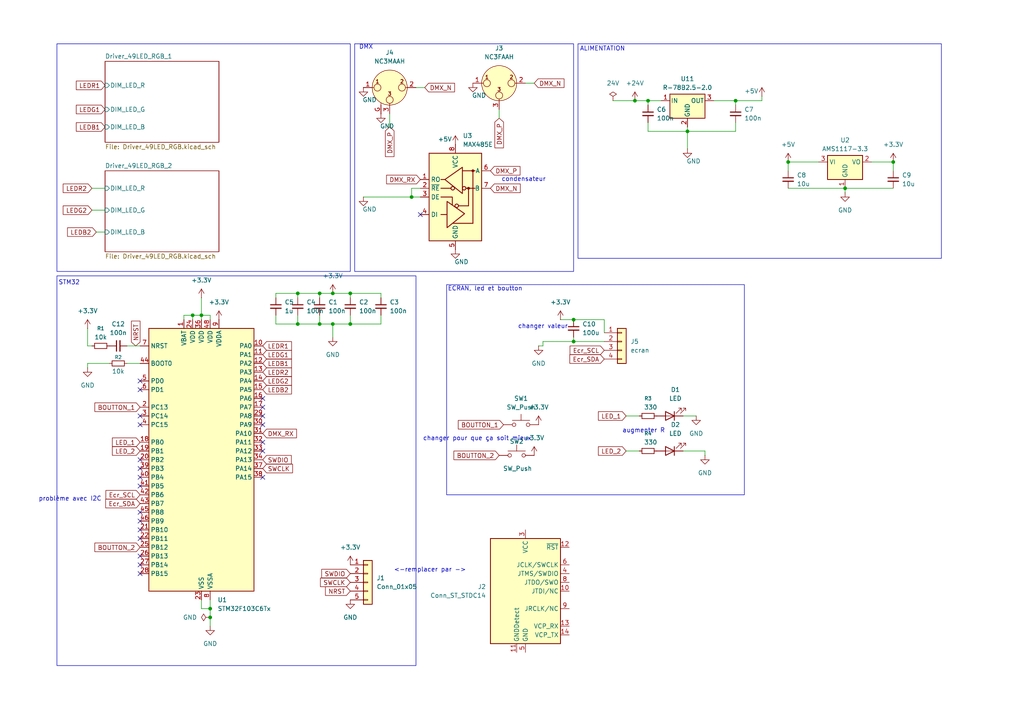
<source format=kicad_sch>
(kicad_sch (version 20250114) (generator "eeschema") (generator_version "9.0")
  (paper "A4")
  (title_block (title "Projet Helios") (date "2026-02-16") (rev "1.0") (company "ENSEA"))
  (lib_symbols
    (symbol "Connector:Conn_ST_STDC14"
      (property "Reference" "J" (at -8.89 16.51 0))
      (property "Value" "Conn_ST_STDC14" (at 17.78 16.51 0))
      (symbol "Conn_ST_STDC14_0_1"
        (rectangle (start -10.16 15.24) (end 10.16 -15.24) (stroke (width 0.254)) (fill (type background)))
      )
      (symbol "Conn_ST_STDC14_1_1"
        (pin no_connect line (at -10.16 5.08 0) (length 2.54) (hide yes) (name "NC") (number "1"))
        (pin no_connect line (at -10.16 2.54 0) (length 2.54) (hide yes) (name "NC") (number "2"))
        (pin passive line (at -2.54 -17.78 90) (length 2.54) (name "GNDDetect") (number "11"))
        (pin power_in line (at 0 17.78 270) (length 2.54) (name "VCC") (number "3"))
        (pin power_in line (at 0 -17.78 90) (length 2.54) (name "GND") (number "5"))
        (pin passive line (at 0 -17.78 90) (length 2.54) (hide yes) (name "GND") (number "7"))
        (pin open_collector line (at 12.7 12.7 180) (length 2.54) (name "~{RST}") (number "12"))
        (pin output line (at 12.7 7.62 180) (length 2.54) (name "JCLK/SWCLK") (number "6"))
        (pin bidirectional line (at 12.7 5.08 180) (length 2.54) (name "JTMS/SWDIO") (number "4"))
        (pin input line (at 12.7 2.54 180) (length 2.54) (name "JTDO/SWO") (number "8"))
        (pin output line (at 12.7 0 180) (length 2.54) (name "JTDI/NC") (number "10"))
        (pin input line (at 12.7 -5.08 180) (length 2.54) (name "JRCLK/NC") (number "9"))
        (pin output line (at 12.7 -10.16 180) (length 2.54) (name "VCP_RX") (number "13"))
        (pin input line (at 12.7 -12.7 180) (length 2.54) (name "VCP_TX") (number "14"))
      )
    )
    (symbol "Connector_Audio:NC3FAAH" (pin_names (hide yes))
      (property "Reference" "J" (at 0 8.89 0))
      (property "Value" "NC3FAAH" (at 0 6.35 0))
      (symbol "NC3FAAH_0_1"
        (polyline (pts (xy -5.08 0) (xy -4.572 0)))
        (circle (center -3.556 0) (radius 1.016))
        (circle (center 0 0) (radius 5.08) (fill (type background)))
        (circle (center 0 -3.556) (radius 1.016))
        (polyline (pts (xy 0 -5.08) (xy 0 -4.572)))
        (circle (center 3.556 0) (radius 1.016))
        (polyline (pts (xy 5.08 0) (xy 4.572 0)))
        (text "1" (at -3.556 1.778 0) (effects (font (size 1.016 1.016) (bold yes))))
        (text "3" (at 0 -1.778 0) (effects (font (size 1.016 1.016) (bold yes))))
        (text "2" (at 3.556 1.778 0) (effects (font (size 1.016 1.016) (bold yes))))
        (pin passive line (at -7.62 0 0) (length 2.54) (name "~") (number "1"))
        (pin passive line (at 0 -7.62 90) (length 2.54) (name "~") (number "3"))
        (pin passive line (at 7.62 0 180) (length 2.54) (name "~") (number "2"))
      )
    )
    (symbol "Connector_Audio:NC3MAAH" (pin_names (hide yes))
      (property "Reference" "J" (at 0 8.89 0))
      (property "Value" "NC3MAAH" (at 0 6.35 0))
      (symbol "NC3MAAH_0_1"
        (polyline (pts (xy -5.08 0) (xy -4.572 0)))
        (circle (center -3.556 0) (radius 1.016))
        (polyline (pts (xy -2.54 -5.08) (xy -2.54 -4.445)))
        (circle (center 0 0) (radius 5.08) (fill (type background)))
        (circle (center 0 -3.556) (radius 1.016))
        (polyline (pts (xy 0 -5.08) (xy 0 -4.572)))
        (circle (center 3.556 0) (radius 1.016))
        (polyline (pts (xy 5.08 0) (xy 4.572 0)))
        (text "1" (at -3.556 1.778 0) (effects (font (size 1.016 1.016) (bold yes))))
        (text "3" (at 0 -1.778 0) (effects (font (size 1.016 1.016) (bold yes))))
        (text "2" (at 3.556 1.778 0) (effects (font (size 1.016 1.016) (bold yes))))
        (pin passive line (at -7.62 0 0) (length 2.54) (name "~") (number "1"))
        (pin passive line (at 0 -7.62 90) (length 2.54) (name "~") (number "3"))
        (pin passive line (at 7.62 0 180) (length 2.54) (name "~") (number "2"))
      )
      (symbol "NC3MAAH_1_1"
        (pin passive line (at -2.54 -7.62 90) (length 2.54) (name "~") (number "G"))
      )
    )
    (symbol "Connector_Generic:Conn_01x04" (pin_names (offset 1.016) (hide yes))
      (property "Reference" "J" (at 0 5.08 0))
      (property "Value" "Conn_01x04" (at 0 -7.62 0))
      (symbol "Conn_01x04_1_1"
        (rectangle (start -1.27 3.81) (end 1.27 -6.35) (stroke (width 0.254)) (fill (type background)))
        (rectangle (start -1.27 2.667) (end 0 2.413) (stroke (width 0.1524)))
        (rectangle (start -1.27 0.127) (end 0 -0.127) (stroke (width 0.1524)))
        (rectangle (start -1.27 -2.413) (end 0 -2.667) (stroke (width 0.1524)))
        (rectangle (start -1.27 -4.953) (end 0 -5.207) (stroke (width 0.1524)))
        (pin passive line (at -5.08 2.54 0) (length 3.81) (name "Pin_1") (number "1"))
        (pin passive line (at -5.08 0 0) (length 3.81) (name "Pin_2") (number "2"))
        (pin passive line (at -5.08 -2.54 0) (length 3.81) (name "Pin_3") (number "3"))
        (pin passive line (at -5.08 -5.08 0) (length 3.81) (name "Pin_4") (number "4"))
      )
    )
    (symbol "Connector_Generic:Conn_01x05" (pin_names (offset 1.016) (hide yes))
      (property "Reference" "J" (at 0 7.62 0))
      (property "Value" "Conn_01x05" (at 0 -7.62 0))
      (symbol "Conn_01x05_1_1"
        (rectangle (start -1.27 6.35) (end 1.27 -6.35) (stroke (width 0.254)) (fill (type background)))
        (rectangle (start -1.27 5.207) (end 0 4.953) (stroke (width 0.1524)))
        (rectangle (start -1.27 2.667) (end 0 2.413) (stroke (width 0.1524)))
        (rectangle (start -1.27 0.127) (end 0 -0.127) (stroke (width 0.1524)))
        (rectangle (start -1.27 -2.413) (end 0 -2.667) (stroke (width 0.1524)))
        (rectangle (start -1.27 -4.953) (end 0 -5.207) (stroke (width 0.1524)))
        (pin passive line (at -5.08 5.08 0) (length 3.81) (name "Pin_1") (number "1"))
        (pin passive line (at -5.08 2.54 0) (length 3.81) (name "Pin_2") (number "2"))
        (pin passive line (at -5.08 0 0) (length 3.81) (name "Pin_3") (number "3"))
        (pin passive line (at -5.08 -2.54 0) (length 3.81) (name "Pin_4") (number "4"))
        (pin passive line (at -5.08 -5.08 0) (length 3.81) (name "Pin_5") (number "5"))
      )
    )
    (symbol "Converter_DCDC:R-78B2.5-2.0" (pin_names (offset 0.254))
      (property "Reference" "U" (at -3.81 3.175 0))
      (property "Value" "R-78B2.5-2.0" (at 0 3.175 0))
      (symbol "R-78B2.5-2.0_0_1"
        (rectangle (start -5.08 1.905) (end 5.08 -5.08) (stroke (width 0.254)) (fill (type background)))
      )
      (symbol "R-78B2.5-2.0_1_1"
        (pin power_in line (at -7.62 0 0) (length 2.54) (name "IN") (number "1"))
        (pin power_in line (at 0 -7.62 90) (length 2.54) (name "GND") (number "2"))
        (pin power_out line (at 7.62 0 180) (length 2.54) (name "OUT") (number "3"))
      )
    )
    (symbol "Device:C_Small" (pin_numbers (hide yes)) (pin_names (offset 0.254) (hide yes))
      (property "Reference" "C" (at 0.254 1.778 0))
      (property "Value" "C_Small" (at 0.254 -2.032 0))
      (symbol "C_Small_0_1"
        (polyline (pts (xy -1.524 0.508) (xy 1.524 0.508)) (stroke (width 0.3048)))
        (polyline (pts (xy -1.524 -0.508) (xy 1.524 -0.508)) (stroke (width 0.3302)))
      )
      (symbol "C_Small_1_1"
        (pin passive line (at 0 2.54 270) (length 2.032) (name "~") (number "1"))
        (pin passive line (at 0 -2.54 90) (length 2.032) (name "~") (number "2"))
      )
    )
    (symbol "Device:LED" (pin_numbers (hide yes)) (pin_names (offset 1.016) (hide yes))
      (property "Reference" "D" (at 0 2.54 0))
      (property "Value" "LED" (at 0 -2.54 0))
      (symbol "LED_0_1"
        (polyline (pts (xy -3.048 -0.762) (xy -4.572 -2.286) (xy -3.81 -2.286) (xy -4.572 -2.286) (xy -4.572 -1.524)))
        (polyline (pts (xy -1.778 -0.762) (xy -3.302 -2.286) (xy -2.54 -2.286) (xy -3.302 -2.286) (xy -3.302 -1.524)))
        (polyline (pts (xy -1.27 0) (xy 1.27 0)))
        (polyline (pts (xy -1.27 -1.27) (xy -1.27 1.27)) (stroke (width 0.254)))
        (polyline (pts (xy 1.27 -1.27) (xy 1.27 1.27) (xy -1.27 0) (xy 1.27 -1.27)) (stroke (width 0.254)))
      )
      (symbol "LED_1_1"
        (pin passive line (at -3.81 0 0) (length 2.54) (name "K") (number "1"))
        (pin passive line (at 3.81 0 180) (length 2.54) (name "A") (number "2"))
      )
    )
    (symbol "Device:R_Small" (pin_numbers (hide yes)) (pin_names (offset 0.254) (hide yes))
      (property "Reference" "R" (at 0 0 90))
      (property "Value" "R_Small" (at 1.778 0 90))
      (symbol "R_Small_0_1"
        (rectangle (start -0.762 1.778) (end 0.762 -1.778) (stroke (width 0.2032)))
      )
      (symbol "R_Small_1_1"
        (pin passive line (at 0 2.54 270) (length 0.762) (name "~") (number "1"))
        (pin passive line (at 0 -2.54 90) (length 0.762) (name "~") (number "2"))
      )
    )
    (symbol "Interface_UART:MAX485E"
      (property "Reference" "U" (at -6.985 13.97 0))
      (property "Value" "MAX485E" (at 1.905 13.97 0))
      (symbol "MAX485E_0_1"
        (rectangle (start -7.62 12.7) (end 7.62 -12.7) (stroke (width 0.254)) (fill (type background)))
        (polyline (pts (xy -4.191 2.54) (xy -1.27 2.54)) (stroke (width 0.254)))
        (polyline (pts (xy -4.191 0) (xy -0.889 0) (xy -0.889 -2.286)) (stroke (width 0.254)))
        (polyline (pts (xy -3.175 5.08) (xy -4.191 5.08) (xy -4.064 5.08)) (stroke (width 0.254)))
        (polyline (pts (xy -2.54 -5.08) (xy -4.191 -5.08)) (stroke (width 0.254)))
        (polyline (pts (xy -2.413 -5.08) (xy -2.413 -1.27) (xy 2.667 -4.826) (xy -2.413 -8.89) (xy -2.413 -5.08)) (stroke (width 0.254)))
        (polyline (pts (xy -0.635 -7.62) (xy 5.08 -7.62)) (stroke (width 0.254)))
        (circle (center 0.381 -2.54) (radius 0.508) (stroke (width 0.254)))
        (polyline (pts (xy 0.889 -2.54) (xy 3.81 -2.54)) (stroke (width 0.254)))
        (polyline (pts (xy 2.032 7.62) (xy 5.715 7.62)) (stroke (width 0.254)))
        (polyline (pts (xy 3.048 2.54) (xy 5.715 2.54)) (stroke (width 0.254)))
        (circle (center 3.81 2.54) (radius 0.2794) (stroke (width 0.254)) (fill (type outline)))
        (polyline (pts (xy 3.81 -2.54) (xy 3.81 2.54)) (stroke (width 0.254)))
        (polyline (pts (xy 5.08 -7.62) (xy 5.08 7.62)) (stroke (width 0.254)))
      )
      (symbol "MAX485E_1_1"
        (circle (center -0.762 2.54) (radius 0.508) (stroke (width 0.254)))
        (polyline (pts (xy 2.032 4.826) (xy 2.032 8.636) (xy -3.048 5.08) (xy 2.032 1.016) (xy 2.032 4.826)) (stroke (width 0.254)))
        (circle (center 2.54 2.54) (radius 0.508) (stroke (width 0.254)))
        (circle (center 5.08 7.62) (radius 0.2794) (stroke (width 0.254)) (fill (type outline)))
        (pin output line (at -10.16 5.08 0) (length 2.54) (name "RO") (number "1"))
        (pin input line (at -10.16 2.54 0) (length 2.54) (name "~{RE}") (number "2"))
        (pin input line (at -10.16 0 0) (length 2.54) (name "DE") (number "3"))
        (pin input line (at -10.16 -5.08 0) (length 2.54) (name "DI") (number "4"))
        (pin power_in line (at 0 15.24 270) (length 2.54) (name "VCC") (number "8"))
        (pin power_in line (at 0 -15.24 90) (length 2.54) (name "GND") (number "5"))
        (pin bidirectional line (at 10.16 7.62 180) (length 2.54) (name "A") (number "6"))
        (pin bidirectional line (at 10.16 2.54 180) (length 2.54) (name "B") (number "7"))
      )
    )
    (symbol "MCU_ST_STM32F1:STM32F103C6Tx"
      (property "Reference" "U" (at -15.24 39.37 0))
      (property "Value" "STM32F103C6Tx" (at 7.62 39.37 0))
      (symbol "STM32F103C6Tx_0_1"
        (rectangle (start -15.24 -38.1) (end 15.24 38.1) (stroke (width 0.254)) (fill (type background)))
      )
      (symbol "STM32F103C6Tx_1_1"
        (pin input line (at -17.78 33.02 0) (length 2.54) (name "NRST") (number "7"))
        (pin input line (at -17.78 27.94 0) (length 2.54) (name "BOOT0") (number "44"))
        (pin bidirectional line (at -17.78 22.86 0) (length 2.54) (name "PD0") (number "5"))
        (pin bidirectional line (at -17.78 20.32 0) (length 2.54) (name "PD1") (number "6"))
        (pin bidirectional line (at -17.78 15.24 0) (length 2.54) (name "PC13") (number "2"))
        (pin bidirectional line (at -17.78 12.7 0) (length 2.54) (name "PC14") (number "3"))
        (pin bidirectional line (at -17.78 10.16 0) (length 2.54) (name "PC15") (number "4"))
        (pin bidirectional line (at -17.78 5.08 0) (length 2.54) (name "PB0") (number "18"))
        (pin bidirectional line (at -17.78 2.54 0) (length 2.54) (name "PB1") (number "19"))
        (pin bidirectional line (at -17.78 0 0) (length 2.54) (name "PB2") (number "20"))
        (pin bidirectional line (at -17.78 -2.54 0) (length 2.54) (name "PB3") (number "39"))
        (pin bidirectional line (at -17.78 -5.08 0) (length 2.54) (name "PB4") (number "40"))
        (pin bidirectional line (at -17.78 -7.62 0) (length 2.54) (name "PB5") (number "41"))
        (pin bidirectional line (at -17.78 -10.16 0) (length 2.54) (name "PB6") (number "42"))
        (pin bidirectional line (at -17.78 -12.7 0) (length 2.54) (name "PB7") (number "43"))
        (pin bidirectional line (at -17.78 -15.24 0) (length 2.54) (name "PB8") (number "45"))
        (pin bidirectional line (at -17.78 -17.78 0) (length 2.54) (name "PB9") (number "46"))
        (pin bidirectional line (at -17.78 -20.32 0) (length 2.54) (name "PB10") (number "21"))
        (pin bidirectional line (at -17.78 -22.86 0) (length 2.54) (name "PB11") (number "22"))
        (pin bidirectional line (at -17.78 -25.4 0) (length 2.54) (name "PB12") (number "25"))
        (pin bidirectional line (at -17.78 -27.94 0) (length 2.54) (name "PB13") (number "26"))
        (pin bidirectional line (at -17.78 -30.48 0) (length 2.54) (name "PB14") (number "27"))
        (pin bidirectional line (at -17.78 -33.02 0) (length 2.54) (name "PB15") (number "28"))
        (pin power_in line (at -5.08 40.64 270) (length 2.54) (name "VBAT") (number "1"))
        (pin power_in line (at -2.54 40.64 270) (length 2.54) (name "VDD") (number "24"))
        (pin power_in line (at 0 40.64 270) (length 2.54) (name "VDD") (number "36"))
        (pin power_in line (at 0 -40.64 90) (length 2.54) (name "VSS") (number "23"))
        (pin passive line (at 0 -40.64 90) (length 2.54) (hide yes) (name "VSS") (number "35"))
        (pin passive line (at 0 -40.64 90) (length 2.54) (hide yes) (name "VSS") (number "47"))
        (pin power_in line (at 2.54 40.64 270) (length 2.54) (name "VDD") (number "48"))
        (pin power_in line (at 2.54 -40.64 90) (length 2.54) (name "VSSA") (number "8"))
        (pin power_in line (at 5.08 40.64 270) (length 2.54) (name "VDDA") (number "9"))
        (pin bidirectional line (at 17.78 33.02 180) (length 2.54) (name "PA0") (number "10"))
        (pin bidirectional line (at 17.78 30.48 180) (length 2.54) (name "PA1") (number "11"))
        (pin bidirectional line (at 17.78 27.94 180) (length 2.54) (name "PA2") (number "12"))
        (pin bidirectional line (at 17.78 25.4 180) (length 2.54) (name "PA3") (number "13"))
        (pin bidirectional line (at 17.78 22.86 180) (length 2.54) (name "PA4") (number "14"))
        (pin bidirectional line (at 17.78 20.32 180) (length 2.54) (name "PA5") (number "15"))
        (pin bidirectional line (at 17.78 17.78 180) (length 2.54) (name "PA6") (number "16"))
        (pin bidirectional line (at 17.78 15.24 180) (length 2.54) (name "PA7") (number "17"))
        (pin bidirectional line (at 17.78 12.7 180) (length 2.54) (name "PA8") (number "29"))
        (pin bidirectional line (at 17.78 10.16 180) (length 2.54) (name "PA9") (number "30"))
        (pin bidirectional line (at 17.78 7.62 180) (length 2.54) (name "PA10") (number "31"))
        (pin bidirectional line (at 17.78 5.08 180) (length 2.54) (name "PA11") (number "32"))
        (pin bidirectional line (at 17.78 2.54 180) (length 2.54) (name "PA12") (number "33"))
        (pin bidirectional line (at 17.78 0 180) (length 2.54) (name "PA13") (number "34"))
        (pin bidirectional line (at 17.78 -2.54 180) (length 2.54) (name "PA14") (number "37"))
        (pin bidirectional line (at 17.78 -5.08 180) (length 2.54) (name "PA15") (number "38"))
      )
    )
    (symbol "Regulator_Linear:AMS1117-3.3"
      (property "Reference" "U" (at -3.81 3.175 0))
      (property "Value" "AMS1117-3.3" (at 0 3.175 0))
      (symbol "AMS1117-3.3_0_1"
        (rectangle (start -5.08 -5.08) (end 5.08 1.905) (stroke (width 0.254)) (fill (type background)))
      )
      (symbol "AMS1117-3.3_1_1"
        (pin power_in line (at -7.62 0 0) (length 2.54) (name "VI") (number "3"))
        (pin power_in line (at 0 -7.62 90) (length 2.54) (name "GND") (number "1"))
        (pin power_out line (at 7.62 0 180) (length 2.54) (name "VO") (number "2"))
      )
    )
    (symbol "Switch:SW_Push" (pin_numbers (hide yes)) (pin_names (offset 1.016) (hide yes))
      (property "Reference" "SW" (at 1.27 2.54 0))
      (property "Value" "SW_Push" (at 0 -1.524 0))
      (symbol "SW_Push_0_1"
        (circle (center -2.032 0) (radius 0.508))
        (polyline (pts (xy 0 1.27) (xy 0 3.048)))
        (circle (center 2.032 0) (radius 0.508))
        (polyline (pts (xy 2.54 1.27) (xy -2.54 1.27)))
        (pin passive line (at -5.08 0 0) (length 2.54) (name "1") (number "1"))
        (pin passive line (at 5.08 0 180) (length 2.54) (name "2") (number "2"))
      )
    )
    (symbol "power:+3.3V" (power) (pin_numbers (hide yes)) (pin_names (offset 0) (hide yes))
      (property "Value" "+3.3V" (at 0 3.556 0))
      (symbol "+3.3V_0_1"
        (polyline (pts (xy -0.762 1.27) (xy 0 2.54)))
        (polyline (pts (xy 0 2.54) (xy 0.762 1.27)))
        (polyline (pts (xy 0 0) (xy 0 2.54)))
      )
      (symbol "+3.3V_1_1"
        (pin power_in line (at 0 0 90) (length 0) (name "~") (number "1"))
      )
    )
    (symbol "power:GND" (power) (pin_numbers (hide yes)) (pin_names (offset 0) (hide yes))
      (property "Value" "GND" (at 0 -3.81 0))
      (symbol "GND_0_1"
        (polyline (pts (xy 0 0) (xy 0 -1.27) (xy 1.27 -1.27) (xy 0 -2.54) (xy -1.27 -1.27) (xy 0 -1.27)))
      )
      (symbol "GND_1_1"
        (pin power_in line (at 0 0 270) (length 0) (name "~") (number "1"))
      )
    )
    (symbol "power:PWR_FLAG" (power) (pin_numbers (hide yes)) (pin_names (offset 0) (hide yes))
      (property "Value" "PWR_FLAG" (at 0 3.81 0))
      (symbol "PWR_FLAG_0_0"
        (pin power_out line (at 0 0 90) (length 0) (name "~") (number "1"))
      )
      (symbol "PWR_FLAG_0_1"
        (polyline (pts (xy 0 0) (xy 0 1.27) (xy -1.016 1.905) (xy 0 2.54) (xy 1.016 1.905) (xy 0 1.27)))
      )
    )
  )
  (rectangle (start 102.87 12.7) (end 166.37 78.74))
  (rectangle (start 167.64 12.7) (end 273.05 74.93))
  (rectangle (start 16.51 12.7) (end 101.6 78.74))
  (rectangle (start 129.54 82.55) (end 215.9 143.51))
  (rectangle (start 16.51 80.01) (end 120.65 193.04))
  (text "<-remplacer par ->\n" (at 124.714 165.354 0) (effects (font (size 1.27 1.27))))
  (text "changer pour que ça soit mieux\n" (at 138.43 127.254 0) (effects (font (size 1.27 1.27))))
  (text "ALIMENTATION\n" (at 174.752 14.224 0) (effects (font (size 1.27 1.27))))
  (text "STM32\n" (at 20.066 82.042 0) (effects (font (size 1.27 1.27))))
  (text "augmenter R" (at 186.69 124.968 0) (effects (font (size 1.27 1.27))))
  (text "condensateur\n" (at 151.892 52.07 0) (effects (font (size 1.27 1.27))))
  (text "DMX\n" (at 106.172 13.716 0) (effects (font (size 1.27 1.27))))
  (text "changer valeur\n" (at 157.48 94.742 0) (effects (font (size 1.27 1.27))))
  (text "ECRAN, led et boutton\n" (at 140.716 83.82 0) (effects (font (size 1.27 1.27))))
  (text "problème avec I2C\n" (at 20.32 144.78 0) (effects (font (size 1.27 1.27))))
  (junction (at 245.11 54.61))
  (junction (at 101.6 93.98))
  (junction (at 86.36 85.09))
  (junction (at 101.6 85.09))
  (junction (at 92.71 85.09))
  (junction (at 55.88 91.44))
  (junction (at 228.6 46.99))
  (junction (at 92.71 93.98))
  (junction (at 60.96 176.53))
  (junction (at 96.52 85.09))
  (junction (at 86.36 93.98))
  (junction (at 213.36 29.21))
  (junction (at 60.96 179.07))
  (junction (at 96.52 93.98))
  (junction (at 58.42 91.44))
  (junction (at 166.37 92.71))
  (junction (at 187.96 29.21))
  (junction (at 166.37 99.06))
  (junction (at 259.08 46.99))
  (junction (at 119.38 57.15))
  (junction (at 199.39 38.1))
  (junction (at 184.15 29.21))
  (no_connect (at 40.64 110.49))
  (no_connect (at 40.64 161.29))
  (no_connect (at 76.2 123.19))
  (no_connect (at 40.64 140.97))
  (no_connect (at 76.2 130.81))
  (no_connect (at 40.64 166.37))
  (no_connect (at 40.64 113.03))
  (no_connect (at 76.2 138.43))
  (no_connect (at 40.64 148.59))
  (no_connect (at 40.64 151.13))
  (no_connect (at 76.2 115.57))
  (no_connect (at 76.2 118.11))
  (no_connect (at 40.64 138.43))
  (no_connect (at 40.64 163.83))
  (no_connect (at 121.92 62.23))
  (no_connect (at 76.2 128.27))
  (no_connect (at 40.64 156.21))
  (no_connect (at 40.64 123.19))
  (no_connect (at 40.64 120.65))
  (no_connect (at 40.64 135.89))
  (no_connect (at 40.64 153.67))
  (no_connect (at 40.64 133.35))
  (no_connect (at 76.2 120.65))
  (wire (pts (xy 110.49 91.44) (xy 110.49 93.98)))
  (wire (pts (xy 26.67 60.96) (xy 30.48 60.96)))
  (wire (pts (xy 187.96 29.21) (xy 191.77 29.21)))
  (wire (pts (xy 245.11 54.61) (xy 245.11 55.88)))
  (wire (pts (xy 198.12 130.81) (xy 204.47 130.81)))
  (wire (pts (xy 157.48 99.06) (xy 157.48 100.33)))
  (wire (pts (xy 199.39 38.1) (xy 199.39 43.18)))
  (wire (pts (xy 55.88 91.44) (xy 55.88 92.71)))
  (wire (pts (xy 58.42 173.99) (xy 58.42 176.53)))
  (wire (pts (xy 101.6 85.09) (xy 101.6 86.36)))
  (wire (pts (xy 162.56 92.71) (xy 166.37 92.71)))
  (wire (pts (xy 166.37 92.71) (xy 175.26 92.71)))
  (wire (pts (xy 166.37 99.06) (xy 175.26 99.06)))
  (wire (pts (xy 26.67 100.33) (xy 25.4 100.33)))
  (wire (pts (xy 25.4 105.41) (xy 25.4 106.68)))
  (wire (pts (xy 80.01 85.09) (xy 80.01 86.36)))
  (wire (pts (xy 36.83 105.41) (xy 40.64 105.41)))
  (wire (pts (xy 228.6 54.61) (xy 245.11 54.61)))
  (wire (pts (xy 58.42 176.53) (xy 60.96 176.53)))
  (wire (pts (xy 53.34 92.71) (xy 53.34 91.44)))
  (wire (pts (xy 86.36 93.98) (xy 92.71 93.98)))
  (wire (pts (xy 157.48 100.33) (xy 156.21 100.33)))
  (wire (pts (xy 58.42 91.44) (xy 58.42 92.71)))
  (wire (pts (xy 96.52 93.98) (xy 101.6 93.98)))
  (wire (pts (xy 207.01 29.21) (xy 213.36 29.21)))
  (wire (pts (xy 157.48 99.06) (xy 166.37 99.06)))
  (wire (pts (xy 31.75 105.41) (xy 25.4 105.41)))
  (wire (pts (xy 187.96 35.56) (xy 187.96 38.1)))
  (wire (pts (xy 220.98 29.21) (xy 220.98 27.94)))
  (wire (pts (xy 25.4 100.33) (xy 25.4 95.25)))
  (wire (pts (xy 228.6 49.53) (xy 228.6 46.99)))
  (wire (pts (xy 119.38 54.61) (xy 121.92 54.61)))
  (wire (pts (xy 105.41 57.15) (xy 119.38 57.15)))
  (wire (pts (xy 80.01 91.44) (xy 80.01 93.98)))
  (wire (pts (xy 113.03 36.83) (xy 113.03 33.02)))
  (wire (pts (xy 101.6 85.09) (xy 110.49 85.09)))
  (wire (pts (xy 36.83 100.33) (xy 40.64 100.33)))
  (wire (pts (xy 60.96 176.53) (xy 60.96 173.99)))
  (wire (pts (xy 252.73 46.99) (xy 259.08 46.99)))
  (wire (pts (xy 213.36 30.48) (xy 213.36 29.21)))
  (wire (pts (xy 175.26 92.71) (xy 175.26 96.52)))
  (wire (pts (xy 60.96 181.61) (xy 60.96 179.07)))
  (wire (pts (xy 92.71 91.44) (xy 92.71 93.98)))
  (wire (pts (xy 228.6 46.99) (xy 237.49 46.99)))
  (wire (pts (xy 259.08 46.99) (xy 259.08 49.53)))
  (wire (pts (xy 185.42 120.65) (xy 181.61 120.65)))
  (wire (pts (xy 119.38 57.15) (xy 121.92 57.15)))
  (wire (pts (xy 92.71 85.09) (xy 86.36 85.09)))
  (wire (pts (xy 86.36 91.44) (xy 86.36 93.98)))
  (wire (pts (xy 213.36 38.1) (xy 213.36 35.56)))
  (wire (pts (xy 101.6 93.98) (xy 110.49 93.98)))
  (wire (pts (xy 187.96 29.21) (xy 187.96 30.48)))
  (wire (pts (xy 199.39 38.1) (xy 213.36 38.1)))
  (wire (pts (xy 144.78 34.29) (xy 144.78 31.75)))
  (wire (pts (xy 198.12 120.65) (xy 201.93 120.65)))
  (wire (pts (xy 86.36 85.09) (xy 86.36 86.36)))
  (wire (pts (xy 92.71 93.98) (xy 96.52 93.98)))
  (wire (pts (xy 185.42 130.81) (xy 181.61 130.81)))
  (wire (pts (xy 245.11 54.61) (xy 259.08 54.61)))
  (wire (pts (xy 96.52 97.79) (xy 96.52 93.98)))
  (wire (pts (xy 101.6 91.44) (xy 101.6 93.98)))
  (wire (pts (xy 58.42 91.44) (xy 55.88 91.44)))
  (wire (pts (xy 60.96 179.07) (xy 60.96 176.53)))
  (wire (pts (xy 27.94 67.31) (xy 30.48 67.31)))
  (wire (pts (xy 92.71 85.09) (xy 96.52 85.09)))
  (wire (pts (xy 199.39 38.1) (xy 199.39 36.83)))
  (wire (pts (xy 177.8 29.21) (xy 184.15 29.21)))
  (wire (pts (xy 204.47 130.81) (xy 204.47 132.08)))
  (wire (pts (xy 187.96 38.1) (xy 199.39 38.1)))
  (wire (pts (xy 53.34 91.44) (xy 55.88 91.44)))
  (wire (pts (xy 123.19 25.4) (xy 120.65 25.4)))
  (wire (pts (xy 58.42 86.36) (xy 58.42 91.44)))
  (wire (pts (xy 80.01 93.98) (xy 86.36 93.98)))
  (wire (pts (xy 86.36 85.09) (xy 80.01 85.09)))
  (wire (pts (xy 58.42 91.44) (xy 60.96 91.44)))
  (wire (pts (xy 166.37 97.79) (xy 166.37 99.06)))
  (wire (pts (xy 184.15 29.21) (xy 187.96 29.21)))
  (wire (pts (xy 213.36 29.21) (xy 220.98 29.21)))
  (wire (pts (xy 92.71 86.36) (xy 92.71 85.09)))
  (wire (pts (xy 110.49 85.09) (xy 110.49 86.36)))
  (wire (pts (xy 119.38 57.15) (xy 119.38 54.61)))
  (wire (pts (xy 60.96 91.44) (xy 60.96 92.71)))
  (wire (pts (xy 26.67 54.61) (xy 30.48 54.61)))
  (wire (pts (xy 154.94 24.13) (xy 152.4 24.13)))
  (wire (pts (xy 96.52 85.09) (xy 101.6 85.09)))
  (global_label "DMX_N" (shape input) (at 123.19 25.4 0) (property "Intersheetrefs" "${INTERSHEET_REFS}" (effects (hide yes))))
  (global_label "LEDR1" (shape input) (at 30.48 24.765 180) (property "Intersheetrefs" "${INTERSHEET_REFS}" (effects (hide yes))))
  (global_label "LEDG1" (shape input) (at 30.48 31.75 180) (property "Intersheetrefs" "${INTERSHEET_REFS}" (effects (hide yes))))
  (global_label "Ecr_SDA" (shape input) (at 175.26 104.14 180) (property "Intersheetrefs" "${INTERSHEET_REFS}" (effects (hide yes))))
  (global_label "SWCLK" (shape input) (at 101.6 168.91 180) (property "Intersheetrefs" "${INTERSHEET_REFS}" (effects (hide yes))))
  (global_label "BOUTTON_1" (shape input) (at 146.05 123.19 180) (property "Intersheetrefs" "${INTERSHEET_REFS}" (effects (hide yes))))
  (global_label "LED_1" (shape input) (at 40.64 128.27 180) (property "Intersheetrefs" "${INTERSHEET_REFS}" (effects (hide yes))))
  (global_label "DMX_N" (shape input) (at 142.24 54.61 0) (property "Intersheetrefs" "${INTERSHEET_REFS}" (effects (hide yes))))
  (global_label "LEDG2" (shape input) (at 76.2 110.49 0) (property "Intersheetrefs" "${INTERSHEET_REFS}" (effects (hide yes))))
  (global_label "BOUTTON_2" (shape input) (at 40.64 158.75 180) (property "Intersheetrefs" "${INTERSHEET_REFS}" (effects (hide yes))))
  (global_label "DMX_P" (shape input) (at 142.24 49.53 0) (property "Intersheetrefs" "${INTERSHEET_REFS}" (effects (hide yes))))
  (global_label "LEDR1" (shape input) (at 76.2 100.33 0) (property "Intersheetrefs" "${INTERSHEET_REFS}" (effects (hide yes))))
  (global_label "SWDIO" (shape input) (at 76.2 133.35 0) (property "Intersheetrefs" "${INTERSHEET_REFS}" (effects (hide yes))))
  (global_label "NRST" (shape input) (at 101.6 171.45 180) (property "Intersheetrefs" "${INTERSHEET_REFS}" (effects (hide yes))))
  (global_label "Ecr_SCL" (shape input) (at 40.64 143.51 180) (property "Intersheetrefs" "${INTERSHEET_REFS}" (effects (hide yes))))
  (global_label "LEDR2" (shape input) (at 76.2 107.95 0) (property "Intersheetrefs" "${INTERSHEET_REFS}" (effects (hide yes))))
  (global_label "LEDG2" (shape input) (at 26.67 60.96 180) (property "Intersheetrefs" "${INTERSHEET_REFS}" (effects (hide yes))))
  (global_label "LEDB1" (shape input) (at 30.48 36.83 180) (property "Intersheetrefs" "${INTERSHEET_REFS}" (effects (hide yes))))
  (global_label "SWDIO" (shape input) (at 101.6 166.37 180) (property "Intersheetrefs" "${INTERSHEET_REFS}" (effects (hide yes))))
  (global_label "SWCLK" (shape input) (at 76.2 135.89 0) (property "Intersheetrefs" "${INTERSHEET_REFS}" (effects (hide yes))))
  (global_label "Ecr_SDA" (shape input) (at 40.64 146.05 180) (property "Intersheetrefs" "${INTERSHEET_REFS}" (effects (hide yes))))
  (global_label "DMX_RX" (shape input) (at 121.92 52.07 180) (property "Intersheetrefs" "${INTERSHEET_REFS}" (effects (hide yes))))
  (global_label "LEDB2" (shape input) (at 27.94 67.31 180) (property "Intersheetrefs" "${INTERSHEET_REFS}" (effects (hide yes))))
  (global_label "LEDB1" (shape input) (at 76.2 105.41 0) (property "Intersheetrefs" "${INTERSHEET_REFS}" (effects (hide yes))))
  (global_label "LEDG1" (shape input) (at 76.2 102.87 0) (property "Intersheetrefs" "${INTERSHEET_REFS}" (effects (hide yes))))
  (global_label "LEDR2" (shape input) (at 26.67 54.61 180) (property "Intersheetrefs" "${INTERSHEET_REFS}" (effects (hide yes))))
  (global_label "LEDB2" (shape input) (at 76.2 113.03 0) (property "Intersheetrefs" "${INTERSHEET_REFS}" (effects (hide yes))))
  (global_label "LED_2" (shape input) (at 40.64 130.81 180) (property "Intersheetrefs" "${INTERSHEET_REFS}" (effects (hide yes))))
  (global_label "DMX_RX" (shape input) (at 76.2 125.73 0) (property "Intersheetrefs" "${INTERSHEET_REFS}" (effects (hide yes))))
  (global_label "Ecr_SCL" (shape input) (at 175.26 101.6 180) (property "Intersheetrefs" "${INTERSHEET_REFS}" (effects (hide yes))))
  (global_label "DMX_P" (shape input) (at 113.03 36.83 270) (property "Intersheetrefs" "${INTERSHEET_REFS}" (effects (hide yes))))
  (global_label "LED_1" (shape input) (at 181.61 120.65 180) (property "Intersheetrefs" "${INTERSHEET_REFS}" (effects (hide yes))))
  (global_label "BOUTTON_1" (shape input) (at 40.64 118.11 180) (property "Intersheetrefs" "${INTERSHEET_REFS}" (effects (hide yes))))
  (global_label "DMX_P" (shape input) (at 144.78 34.29 270) (property "Intersheetrefs" "${INTERSHEET_REFS}" (effects (hide yes))))
  (global_label "NRST" (shape input) (at 39.37 100.33 90) (property "Intersheetrefs" "${INTERSHEET_REFS}" (effects (hide yes))))
  (global_label "BOUTTON_2" (shape input) (at 144.78 132.08 180) (property "Intersheetrefs" "${INTERSHEET_REFS}" (effects (hide yes))))
  (global_label "DMX_N" (shape input) (at 154.94 24.13 0) (property "Intersheetrefs" "${INTERSHEET_REFS}" (effects (hide yes))))
  (global_label "LED_2" (shape input) (at 181.61 130.81 180) (property "Intersheetrefs" "${INTERSHEET_REFS}" (effects (hide yes))))
  (symbol (lib_id "power:+3.3V") (at 58.42 86.36 0) (unit 1)
    (property "Reference" "#PWR01" (effects (hide yes)))
    (property "Value" "+3.3V" (at 58.42 81.28 0))
    (property "Description" "Power symbol creates a global label with name \"+3.3V\"" (effects (hide yes)))
  )
  (symbol (lib_id "Device:C_Small") (at 34.29 100.33 90) (unit 1)
    (property "Reference" "C12" (at 34.2963 93.98 90))
    (property "Value" "100n" (at 34.2963 96.52 90))
    (property "Footprint" "Capacitor_SMD:C_0805_2012Metric" (effects (hide yes)))
    (property "Description" "Unpolarized capacitor, small symbol" (effects (hide yes)))
  )
  (symbol (lib_id "power:GND") (at 96.52 97.79 0) (unit 1)
    (property "Reference" "#PWR03" (effects (hide yes)))
    (property "Value" "GND" (at 96.52 102.87 0))
    (property "Description" "Power symbol creates a global label with name \"GND\" , ground" (effects (hide yes)))
  )
  (symbol (lib_id "Device:C_Small") (at 187.96 33.02 0) (unit 1)
    (property "Reference" "C6" (at 190.5 31.7562 0) (effects (justify left)))
    (property "Value" "100n" (at 190.5 34.2962 0) (effects (justify left)))
    (property "Footprint" "Capacitor_SMD:C_0805_2012Metric" (effects (hide yes)))
    (property "Description" "Unpolarized capacitor, small symbol" (effects (hide yes)))
  )
  (symbol (lib_id "Device:C_Small") (at 228.6 52.07 0) (unit 1)
    (property "Reference" "C8" (at 231.14 50.8062 0) (effects (justify left)))
    (property "Value" "10u" (at 231.14 53.3462 0) (effects (justify left)))
    (property "Footprint" "Capacitor_SMD:C_0805_2012Metric" (effects (hide yes)))
    (property "Description" "Unpolarized capacitor, small symbol" (effects (hide yes)))
  )
  (symbol (lib_id "Device:C_Small") (at 80.01 88.9 0) (unit 1)
    (property "Reference" "C5" (at 82.55 87.6362 0) (effects (justify left)))
    (property "Value" "1u" (at 82.55 90.1762 0) (effects (justify left)))
    (property "Footprint" "Capacitor_SMD:C_0805_2012Metric" (effects (hide yes)))
    (property "Description" "Unpolarized capacitor, small symbol" (effects (hide yes)))
  )
  (symbol (lib_id "power:+3.3V") (at 162.56 92.71 0) (unit 1)
    (property "Reference" "#PWR023" (effects (hide yes)))
    (property "Value" "+3.3V" (at 162.56 87.63 0))
    (property "Description" "Power symbol creates a global label with name \"+3.3V\"" (effects (hide yes)))
  )
  (symbol (lib_id "Connector:Conn_ST_STDC14") (at 152.4 171.45 0) (unit 1)
    (property "Reference" "J2" (at 140.97 170.1799 0) (effects (justify right)))
    (property "Value" "Conn_ST_STDC14" (at 140.97 172.7199 0) (effects (justify right)))
    (property "Datasheet" "https://www.st.com/content/ccc/resource/technical/document/user_manual/group1/99/49/91/b6/b2/3a/46/e5/DM00526767/files/DM00526767.pdf/jcr:content/translations/en.DM00526767.pdf" (effects (hide yes)))
    (property "Description" "ST Debug Connector, standard ARM Cortex-M SWD and JTAG interface plus UART" (effects (hide yes)))
  )
  (symbol (lib_id "Device:R_Small") (at 187.96 130.81 90) (unit 1)
    (property "Reference" "R4" (at 187.96 125.73 90) (effects (font (size 1.016 1.016))))
    (property "Value" "330" (at 188.722 128.27 90))
    (property "Footprint" "Resistor_SMD:R_1210_3225Metric" (effects (hide yes)))
    (property "Description" "Resistor, small symbol" (effects (hide yes)))
  )
  (symbol (lib_id "Device:R_Small") (at 29.21 100.33 90) (unit 1)
    (property "Reference" "R1" (at 29.21 95.25 90) (effects (font (size 1.016 1.016))))
    (property "Value" "10k" (at 29.21 97.79 90))
    (property "Footprint" "Resistor_SMD:R_0805_2012Metric" (effects (hide yes)))
    (property "Description" "Resistor, small symbol" (effects (hide yes)))
  )
  (symbol (lib_id "Connector_Audio:NC3FAAH") (at 144.78 24.13 0) (unit 1)
    (property "Reference" "J3" (at 144.78 13.97 0))
    (property "Value" "NC3FAAH" (at 144.78 16.51 0))
    (property "Footprint" "Connector_Audio:Jack_XLR_Neutrik_NC3FAAH_Horizontal" (effects (hide yes)))
    (property "Datasheet" "https://www.neutrik.com/en/product/nc3faah" (effects (hide yes)))
    (property "Description" "AA Series, 3 pole female XLR receptacle, grounding: without ground/shell contact, horizontal PCB mount" (effects (hide yes)))
  )
  (symbol (lib_id "power:+3.3V") (at 101.6 163.83 0) (unit 1)
    (property "Reference" "#PWR010" (effects (hide yes)))
    (property "Value" "+3.3V" (at 101.6 158.75 0))
    (property "Description" "Power symbol creates a global label with name \"+3.3V\"" (effects (hide yes)))
  )
  (symbol (lib_id "power:GND") (at 156.21 100.33 0) (unit 1)
    (property "Reference" "#PWR024" (effects (hide yes)))
    (property "Value" "GND" (at 156.21 105.41 0))
    (property "Description" "Power symbol creates a global label with name \"GND\" , ground" (effects (hide yes)))
  )
  (symbol (lib_id "Device:R_Small") (at 187.96 120.65 90) (unit 1)
    (property "Reference" "R3" (at 187.96 115.57 90) (effects (font (size 1.016 1.016))))
    (property "Value" "330" (at 188.722 118.11 90))
    (property "Footprint" "Resistor_SMD:R_1210_3225Metric" (effects (hide yes)))
    (property "Description" "Resistor, small symbol" (effects (hide yes)))
  )
  (symbol (lib_id "power:+3.3V") (at 156.21 123.19 0) (unit 1)
    (property "Reference" "#PWR025" (effects (hide yes)))
    (property "Value" "+3.3V" (at 156.21 118.11 0))
    (property "Description" "Power symbol creates a global label with name \"+3.3V\"" (effects (hide yes)))
  )
  (symbol (lib_id "power:+3.3V") (at 228.6 46.99 0) (unit 1)
    (property "Reference" "#PWR015" (effects (hide yes)))
    (property "Value" "+5V" (at 228.6 41.91 0))
    (property "Description" "Power symbol creates a global label with name \"+3.3V\"" (effects (hide yes)))
  )
  (symbol (lib_id "power:+3.3V") (at 154.94 132.08 0) (unit 1)
    (property "Reference" "#PWR026" (effects (hide yes)))
    (property "Value" "+3.3V" (at 154.94 127 0))
    (property "Description" "Power symbol creates a global label with name \"+3.3V\"" (effects (hide yes)))
  )
  (symbol (lib_id "power:GND") (at 245.11 55.88 0) (unit 1)
    (property "Reference" "#PWR014" (effects (hide yes)))
    (property "Value" "GND" (at 245.11 60.96 0))
    (property "Description" "Power symbol creates a global label with name \"GND\" , ground" (effects (hide yes)))
  )
  (symbol (lib_id "Device:C_Small") (at 101.6 88.9 0) (unit 1)
    (property "Reference" "C2" (at 104.14 87.6362 0) (effects (justify left)))
    (property "Value" "100n" (at 104.14 90.1762 0) (effects (justify left)))
    (property "Footprint" "Capacitor_SMD:C_0805_2012Metric" (effects (hide yes)))
    (property "Description" "Unpolarized capacitor, small symbol" (effects (hide yes)))
  )
  (symbol (lib_id "Device:C_Small") (at 86.36 88.9 0) (unit 1)
    (property "Reference" "C4" (at 88.9 87.6362 0) (effects (justify left)))
    (property "Value" "100n" (at 88.9 90.1762 0) (effects (justify left)))
    (property "Footprint" "Capacitor_SMD:C_0805_2012Metric" (effects (hide yes)))
    (property "Description" "Unpolarized capacitor, small symbol" (effects (hide yes)))
  )
  (symbol (lib_id "Regulator_Linear:AMS1117-3.3") (at 245.11 46.99 0) (unit 1)
    (property "Reference" "U2" (at 245.11 40.64 0))
    (property "Value" "AMS1117-3.3" (at 245.11 43.18 0))
    (property "Footprint" "Package_TO_SOT_SMD:SOT-223-3_TabPin2" (effects (hide yes)))
    (property "Datasheet" "http://www.advanced-monolithic.com/pdf/ds1117.pdf" (effects (hide yes)))
    (property "Description" "1A Low Dropout regulator, positive, 3.3V fixed output, SOT-223" (effects (hide yes)))
  )
  (symbol (lib_id "Switch:SW_Push") (at 149.86 132.08 0) (unit 1)
    (property "Reference" "SW2" (at 149.86 128.016 0))
    (property "Value" "SW_Push" (at 150.114 135.89 0))
    (property "Footprint" "Button_Switch_THT:SW_PUSH_6mm" (effects (hide yes)))
    (property "Description" "Push button switch, generic, two pins" (effects (hide yes)))
  )
  (symbol (lib_id "power:GND") (at 105.41 25.4 0) (unit 1)
    (property "Reference" "#PWR018" (effects (hide yes)))
    (property "Value" "GND" (at 107.188 28.956 0))
    (property "Description" "Power symbol creates a global label with name \"GND\" , ground" (effects (hide yes)))
  )
  (symbol (lib_id "power:GND") (at 201.93 120.65 0) (unit 1)
    (property "Reference" "#PWR027" (effects (hide yes)))
    (property "Value" "GND" (at 201.93 125.73 0))
    (property "Description" "Power symbol creates a global label with name \"GND\" , ground" (effects (hide yes)))
  )
  (symbol (lib_id "Device:LED") (at 194.31 130.81 180) (unit 1)
    (property "Reference" "D2" (at 195.8975 123.19 0))
    (property "Value" "LED" (at 195.8975 125.73 0))
    (property "Footprint" "LED_SMD:LED_0805_2012Metric" (effects (hide yes)))
    (property "Description" "Light emitting diode" (effects (hide yes)))
    (property "Sim.Pins" "1=K 2=A" (effects (hide yes)))
  )
  (symbol (lib_id "Converter_DCDC:R-78B2.5-2.0") (at 199.39 29.21 0) (unit 1)
    (property "Reference" "U11" (at 199.39 22.86 0))
    (property "Value" "R-78B2.5-2.0" (at 199.39 25.4 0))
    (property "Footprint" "Converter_DCDC:Converter_DCDC_RECOM_R-78B-2.0_THT" (effects (hide yes)))
    (property "Datasheet" "https://www.recom-power.com/pdf/Innoline/R-78Bxx-2.0.pdf" (effects (hide yes)))
    (property "Description" "2A Step-Down DC/DC-Regulator, 4.75-32V input, 2.5V fixed Output Voltage, LM78xx replacement, -40°C to +85°C, SIP3" (effects (hide yes)))
  )
  (symbol (lib_id "power:+3.3V") (at 25.4 95.25 0) (unit 1)
    (property "Reference" "#PWR07" (effects (hide yes)))
    (property "Value" "+3.3V" (at 25.4 90.17 0))
    (property "Description" "Power symbol creates a global label with name \"+3.3V\"" (effects (hide yes)))
  )
  (symbol (lib_id "Connector_Generic:Conn_01x05") (at 106.68 168.91 0) (unit 1)
    (property "Reference" "J1" (at 109.22 167.6399 0) (effects (justify left)))
    (property "Value" "Conn_01x05" (at 109.22 170.1799 0) (effects (justify left)))
    (property "Footprint" "Connector_PinHeader_2.54mm:PinHeader_1x05_P2.54mm_Vertical" (effects (hide yes)))
    (property "Description" "Generic connector, single row, 01x05, script generated (kicad-library-utils/schlib/autogen/connector/)" (effects (hide yes)))
  )
  (symbol (lib_id "power:GND") (at 199.39 43.18 0) (unit 1)
    (property "Reference" "#PWR012" (effects (hide yes)))
    (property "Value" "GND" (at 201.168 46.736 0))
    (property "Description" "Power symbol creates a global label with name \"GND\" , ground" (effects (hide yes)))
  )
  (symbol (lib_id "Interface_UART:MAX485E") (at 132.08 57.15 0) (unit 1)
    (property "Reference" "U3" (at 134.2233 39.37 0) (effects (justify left)))
    (property "Value" "MAX485E" (at 134.2233 41.91 0) (effects (justify left)))
    (property "Footprint" "Package_SO:SOIC-8_3.9x4.9mm_P1.27mm" (effects (hide yes)))
    (property "Datasheet" "https://datasheets.maximintegrated.com/en/ds/MAX1487E-MAX491E.pdf" (effects (hide yes)))
    (property "Description" "Half duplex RS-485/RS-422, 2.5 Mbps, ±15kV electro-static discharge (ESD) protection, no slew-rate, no low-power shutdown, with receiver/driver enable, 32 receiver drive capability, DIP-8 and SOIC-8" (effects (hide yes)))
  )
  (symbol (lib_id "Device:LED") (at 194.31 120.65 180) (unit 1)
    (property "Reference" "D1" (at 195.8975 113.03 0))
    (property "Value" "LED" (at 195.8975 115.57 0))
    (property "Footprint" "LED_SMD:LED_0805_2012Metric" (effects (hide yes)))
    (property "Description" "Light emitting diode" (effects (hide yes)))
    (property "Sim.Pins" "1=K 2=A" (effects (hide yes)))
  )
  (symbol (lib_id "power:GND") (at 60.96 181.61 0) (unit 1)
    (property "Reference" "#PWR05" (effects (hide yes)))
    (property "Value" "GND" (at 60.96 186.69 0))
    (property "Description" "Power symbol creates a global label with name \"GND\" , ground" (effects (hide yes)))
  )
  (symbol (lib_id "power:+3.3V") (at 259.08 46.99 0) (unit 1)
    (property "Reference" "#PWR016" (effects (hide yes)))
    (property "Value" "+3.3V" (at 259.08 41.91 0))
    (property "Description" "Power symbol creates a global label with name \"+3.3V\"" (effects (hide yes)))
  )
  (symbol (lib_id "power:GND") (at 132.08 72.39 0) (unit 1)
    (property "Reference" "#PWR022" (effects (hide yes)))
    (property "Value" "GND" (at 133.858 75.946 0))
    (property "Description" "Power symbol creates a global label with name \"GND\" , ground" (effects (hide yes)))
  )
  (symbol (lib_id "power:PWR_FLAG") (at 60.96 179.07 90) (unit 1)
    (property "Reference" "#FLG02" (effects (hide yes)))
    (property "Value" "GND" (at 57.15 179.0699 90) (effects (justify left)))
    (property "Description" "Special symbol for telling ERC where power comes from" (effects (hide yes)))
  )
  (symbol (lib_id "power:GND") (at 204.47 132.08 0) (unit 1)
    (property "Reference" "#PWR028" (effects (hide yes)))
    (property "Value" "GND" (at 204.47 137.16 0))
    (property "Description" "Power symbol creates a global label with name \"GND\" , ground" (effects (hide yes)))
  )
  (symbol (lib_id "power:+3.3V") (at 63.5 92.71 0) (unit 1)
    (property "Reference" "#PWR06" (effects (hide yes)))
    (property "Value" "+3.3V" (at 63.5 87.63 0))
    (property "Description" "Power symbol creates a global label with name \"+3.3V\"" (effects (hide yes)))
  )
  (symbol (lib_id "Connector_Audio:NC3MAAH") (at 113.03 25.4 0) (unit 1)
    (property "Reference" "J4" (at 113.03 15.24 0))
    (property "Value" "NC3MAAH" (at 113.03 17.78 0))
    (property "Footprint" "Connector_Audio:Jack_XLR_Neutrik_NC3MAAH_Horizontal" (effects (hide yes)))
    (property "Datasheet" "https://www.neutrik.com/en/product/nc3maah" (effects (hide yes)))
    (property "Description" "AA Series, 3 pole male XLR receptacle, grounding: separate ground contact to mating connector shell and front panel, horizontal PCB mount" (effects (hide yes)))
  )
  (symbol (lib_id "Device:C_Small") (at 213.36 33.02 0) (unit 1)
    (property "Reference" "C7" (at 215.9 31.7562 0) (effects (justify left)))
    (property "Value" "100n" (at 215.9 34.2962 0) (effects (justify left)))
    (property "Footprint" "Capacitor_SMD:C_0805_2012Metric" (effects (hide yes)))
    (property "Description" "Unpolarized capacitor, small symbol" (effects (hide yes)))
  )
  (symbol (lib_id "power:PWR_FLAG") (at 177.8 29.21 0) (unit 1)
    (property "Reference" "#FLG03" (effects (hide yes)))
    (property "Value" "24V" (at 177.8 24.13 0))
    (property "Description" "Special symbol for telling ERC where power comes from" (effects (hide yes)))
  )
  (symbol (lib_id "Device:R_Small") (at 34.29 105.41 90) (unit 1)
    (property "Reference" "R2" (at 34.29 103.632 90) (effects (font (size 1.016 1.016))))
    (property "Value" "10k" (at 34.29 107.696 90))
    (property "Footprint" "Resistor_SMD:R_0805_2012Metric" (effects (hide yes)))
    (property "Description" "Resistor, small symbol" (effects (hide yes)))
  )
  (symbol (lib_id "power:GND") (at 105.41 57.15 0) (unit 1)
    (property "Reference" "#PWR020" (effects (hide yes)))
    (property "Value" "GND" (at 107.188 60.706 0))
    (property "Description" "Power symbol creates a global label with name \"GND\" , ground" (effects (hide yes)))
  )
  (symbol (lib_id "Connector_Generic:Conn_01x04") (at 180.34 99.06 0) (unit 1)
    (property "Reference" "J5" (at 182.88 99.0599 0) (effects (justify left)))
    (property "Value" "ecran" (at 182.88 101.5999 0) (effects (justify left)))
    (property "Footprint" "Connector_PinHeader_2.54mm:PinHeader_1x05_P2.54mm_Vertical" (effects (hide yes)))
    (property "Description" "Generic connector, single row, 01x04, script generated (kicad-library-utils/schlib/autogen/connector/)" (effects (hide yes)))
  )
  (symbol (lib_id "Device:C_Small") (at 166.37 95.25 0) (unit 1)
    (property "Reference" "C10" (at 168.91 93.9862 0) (effects (justify left)))
    (property "Value" "100u" (at 168.91 96.5262 0) (effects (justify left)))
    (property "Footprint" "Capacitor_SMD:C_0805_2012Metric" (effects (hide yes)))
    (property "Description" "Unpolarized capacitor, small symbol" (effects (hide yes)))
  )
  (symbol (lib_id "power:GND") (at 101.6 173.99 0) (unit 1)
    (property "Reference" "#PWR09" (effects (hide yes)))
    (property "Value" "GND" (at 101.6 179.07 0))
    (property "Description" "Power symbol creates a global label with name \"GND\" , ground" (effects (hide yes)))
  )
  (symbol (lib_id "power:+3.3V") (at 132.08 41.91 0) (unit 1)
    (property "Reference" "#PWR021" (effects (hide yes)))
    (property "Value" "+5V" (at 129.032 40.386 0))
    (property "Description" "Power symbol creates a global label with name \"+3.3V\"" (effects (hide yes)))
  )
  (symbol (lib_id "Device:C_Small") (at 259.08 52.07 0) (unit 1)
    (property "Reference" "C9" (at 261.62 50.8062 0) (effects (justify left)))
    (property "Value" "10u" (at 261.62 53.3462 0) (effects (justify left)))
    (property "Footprint" "Capacitor_SMD:C_0805_2012Metric" (effects (hide yes)))
    (property "Description" "Unpolarized capacitor, small symbol" (effects (hide yes)))
  )
  (symbol (lib_id "MCU_ST_STM32F1:STM32F103C6Tx") (at 58.42 133.35 0) (unit 1)
    (property "Reference" "U1" (at 63.1033 173.99 0) (effects (justify left)))
    (property "Value" "STM32F103C6Tx" (at 63.1033 176.53 0) (effects (justify left)))
    (property "Footprint" "Package_QFP:LQFP-48_7x7mm_P0.5mm" (effects (hide yes)))
    (property "Datasheet" "https://www.st.com/resource/en/datasheet/stm32f103c6.pdf" (effects (hide yes)))
    (property "Description" "STMicroelectronics Arm Cortex-M3 MCU, 32KB flash, 10KB RAM, 72 MHz, 2.0-3.6V, 37 GPIO, LQFP48" (effects (hide yes)))
  )
  (symbol (lib_id "power:+3.3V") (at 184.15 29.21 0) (unit 1)
    (property "Reference" "#PWR04" (effects (hide yes)))
    (property "Value" "+24V" (at 184.15 24.13 0))
    (property "Description" "Power symbol creates a global label with name \"+3.3V\"" (effects (hide yes)))
  )
  (symbol (lib_id "power:GND") (at 110.49 33.02 0) (unit 1)
    (property "Reference" "#PWR017" (effects (hide yes)))
    (property "Value" "GND" (at 112.268 36.576 0))
    (property "Description" "Power symbol creates a global label with name \"GND\" , ground" (effects (hide yes)))
  )
  (symbol (lib_id "power:+3.3V") (at 96.52 85.09 0) (unit 1)
    (property "Reference" "#PWR02" (effects (hide yes)))
    (property "Value" "+3.3V" (at 96.52 80.01 0))
    (property "Description" "Power symbol creates a global label with name \"+3.3V\"" (effects (hide yes)))
  )
  (symbol (lib_id "power:+3.3V") (at 220.98 27.94 0) (unit 1)
    (property "Reference" "#PWR043" (effects (hide yes)))
    (property "Value" "+5V" (at 217.932 26.416 0))
    (property "Description" "Power symbol creates a global label with name \"+3.3V\"" (effects (hide yes)))
  )
  (symbol (lib_id "Device:C_Small") (at 92.71 88.9 0) (unit 1)
    (property "Reference" "C1" (at 95.25 87.6362 0) (effects (justify left)))
    (property "Value" "100n" (at 95.25 90.1762 0) (effects (justify left)))
    (property "Footprint" "Capacitor_SMD:C_0805_2012Metric" (effects (hide yes)))
    (property "Description" "Unpolarized capacitor, small symbol" (effects (hide yes)))
  )
  (symbol (lib_id "Switch:SW_Push") (at 151.13 123.19 0) (unit 1)
    (property "Reference" "SW1" (at 151.13 115.57 0))
    (property "Value" "SW_Push" (at 151.13 118.11 0))
    (property "Footprint" "Button_Switch_THT:SW_PUSH_6mm" (effects (hide yes)))
    (property "Description" "Push button switch, generic, two pins" (effects (hide yes)))
  )
  (symbol (lib_id "Device:C_Small") (at 110.49 88.9 0) (unit 1)
    (property "Reference" "C3" (at 113.03 87.6362 0) (effects (justify left)))
    (property "Value" "100n" (at 113.03 90.1762 0) (effects (justify left)))
    (property "Footprint" "Capacitor_SMD:C_0805_2012Metric" (effects (hide yes)))
    (property "Description" "Unpolarized capacitor, small symbol" (effects (hide yes)))
  )
  (symbol (lib_id "power:GND") (at 25.4 106.68 0) (unit 1)
    (property "Reference" "#PWR08" (effects (hide yes)))
    (property "Value" "GND" (at 25.4 111.76 0))
    (property "Description" "Power symbol creates a global label with name \"GND\" , ground" (effects (hide yes)))
  )
  (symbol (lib_id "power:GND") (at 137.16 24.13 0) (unit 1)
    (property "Reference" "#PWR019" (effects (hide yes)))
    (property "Value" "GND" (at 138.938 27.686 0))
    (property "Description" "Power symbol creates a global label with name \"GND\" , ground" (effects (hide yes)))
  )
  (sheet (at 30.48 17.78) (size 33.02 23.495) (stroke (width 0.1524))
    (property "Sheetname" "Driver_49LED_RGB_1" (at 30.48 17.0684 0) (effects (justify left bottom)))
    (property "Sheetfile" "Driver_49LED_RGB.kicad_sch" (at 30.48 41.8596 0) (effects (justify left top)))
    (pin "DIM_LED_R" input (at 30.48 24.765 180))
    (pin "DIM_LED_B" input (at 30.48 36.83 180))
    (pin "DIM_LED_G" input (at 30.48 31.75 180))
  )
  (sheet (at 30.48 49.53) (size 33.02 23.495) (stroke (width 0.1524))
    (property "Sheetname" "Driver_49LED_RGB_2" (at 30.48 48.8184 0) (effects (justify left bottom)))
    (property "Sheetfile" "Driver_49LED_RGB.kicad_sch" (at 30.48 73.6096 0) (effects (justify left top)))
    (pin "DIM_LED_R" input (at 30.48 54.61 180))
    (pin "DIM_LED_B" input (at 30.48 67.31 180))
    (pin "DIM_LED_G" input (at 30.48 60.96 180))
  )
)
</source>
